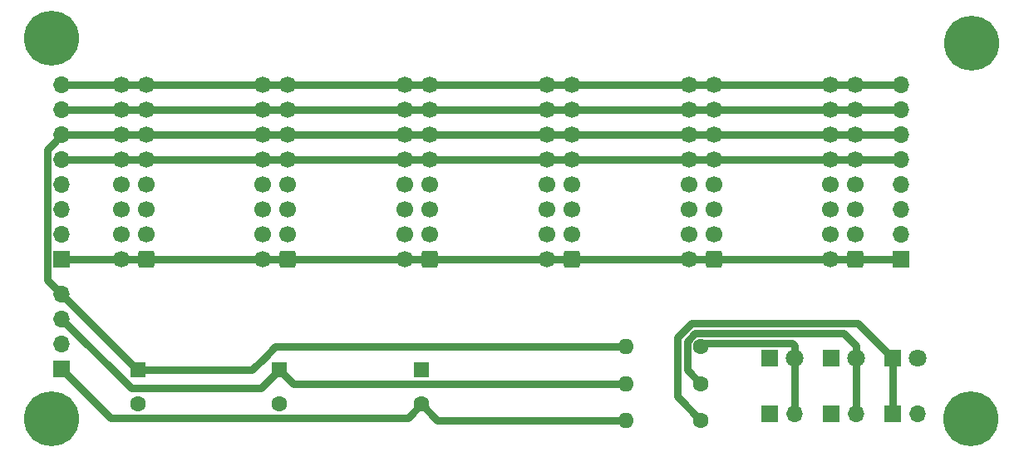
<source format=gbr>
%TF.GenerationSoftware,KiCad,Pcbnew,(7.0.0)*%
%TF.CreationDate,2023-07-04T10:09:35-04:00*%
%TF.ProjectId,merp,6d657270-2e6b-4696-9361-645f70636258,rev?*%
%TF.SameCoordinates,Original*%
%TF.FileFunction,Copper,L1,Top*%
%TF.FilePolarity,Positive*%
%FSLAX46Y46*%
G04 Gerber Fmt 4.6, Leading zero omitted, Abs format (unit mm)*
G04 Created by KiCad (PCBNEW (7.0.0)) date 2023-07-04 10:09:35*
%MOMM*%
%LPD*%
G01*
G04 APERTURE LIST*
G04 Aperture macros list*
%AMRoundRect*
0 Rectangle with rounded corners*
0 $1 Rounding radius*
0 $2 $3 $4 $5 $6 $7 $8 $9 X,Y pos of 4 corners*
0 Add a 4 corners polygon primitive as box body*
4,1,4,$2,$3,$4,$5,$6,$7,$8,$9,$2,$3,0*
0 Add four circle primitives for the rounded corners*
1,1,$1+$1,$2,$3*
1,1,$1+$1,$4,$5*
1,1,$1+$1,$6,$7*
1,1,$1+$1,$8,$9*
0 Add four rect primitives between the rounded corners*
20,1,$1+$1,$2,$3,$4,$5,0*
20,1,$1+$1,$4,$5,$6,$7,0*
20,1,$1+$1,$6,$7,$8,$9,0*
20,1,$1+$1,$8,$9,$2,$3,0*%
G04 Aperture macros list end*
%TA.AperFunction,ComponentPad*%
%ADD10C,1.600000*%
%TD*%
%TA.AperFunction,ComponentPad*%
%ADD11O,1.600000X1.600000*%
%TD*%
%TA.AperFunction,ComponentPad*%
%ADD12RoundRect,0.250000X0.600000X0.600000X-0.600000X0.600000X-0.600000X-0.600000X0.600000X-0.600000X0*%
%TD*%
%TA.AperFunction,ComponentPad*%
%ADD13C,1.700000*%
%TD*%
%TA.AperFunction,ComponentPad*%
%ADD14R,1.600000X1.600000*%
%TD*%
%TA.AperFunction,ComponentPad*%
%ADD15R,1.700000X1.700000*%
%TD*%
%TA.AperFunction,ComponentPad*%
%ADD16O,1.700000X1.700000*%
%TD*%
%TA.AperFunction,ComponentPad*%
%ADD17C,5.600000*%
%TD*%
%TA.AperFunction,ComponentPad*%
%ADD18R,1.800000X1.800000*%
%TD*%
%TA.AperFunction,ComponentPad*%
%ADD19C,1.800000*%
%TD*%
%TA.AperFunction,Conductor*%
%ADD20C,0.800000*%
%TD*%
G04 APERTURE END LIST*
D10*
%TO.P,R2,1*%
%TO.N,Net-(D2-Pad2)*%
X146620000Y-89820000D03*
D11*
%TO.P,R2,2*%
%TO.N,+12V*%
X138999999Y-89819999D03*
%TD*%
D12*
%TO.P,J2,1,Pin_1*%
%TO.N,-12V*%
X104556500Y-77184000D03*
D13*
%TO.P,J2,2,Pin_2*%
X102016500Y-77184000D03*
%TO.P,J2,3,Pin_3*%
%TO.N,GND*%
X104556500Y-74644000D03*
%TO.P,J2,4,Pin_4*%
X102016500Y-74644000D03*
%TO.P,J2,5,Pin_5*%
X104556500Y-72104000D03*
%TO.P,J2,6,Pin_6*%
X102016500Y-72104000D03*
%TO.P,J2,7,Pin_7*%
X104556500Y-69564000D03*
%TO.P,J2,8,Pin_8*%
X102016500Y-69564000D03*
%TO.P,J2,9,Pin_9*%
%TO.N,+12V*%
X104556500Y-67024000D03*
%TO.P,J2,10,Pin_10*%
X102016500Y-67024000D03*
%TO.P,J2,11,Pin_11*%
%TO.N,+5V*%
X104556500Y-64484000D03*
%TO.P,J2,12,Pin_12*%
X102016500Y-64484000D03*
%TO.P,J2,13,Pin_13*%
%TO.N,CV*%
X104556500Y-61944000D03*
%TO.P,J2,14,Pin_14*%
X102016500Y-61944000D03*
%TO.P,J2,15,Pin_15*%
%TO.N,GATE*%
X104556500Y-59404000D03*
%TO.P,J2,16,Pin_16*%
X102016500Y-59404000D03*
%TD*%
D14*
%TO.P,C3,1*%
%TO.N,GND*%
X118176499Y-88427348D03*
D10*
%TO.P,C3,2*%
%TO.N,-12V*%
X118176500Y-91927349D03*
%TD*%
D15*
%TO.P,J10,1,Pin_1*%
%TO.N,Net-(D3-Pad1)*%
X166139999Y-92909999D03*
D16*
%TO.P,J10,2,Pin_2*%
%TO.N,GND*%
X168679999Y-92909999D03*
%TD*%
D12*
%TO.P,J1,1,Pin_1*%
%TO.N,-12V*%
X90100000Y-77184000D03*
D13*
%TO.P,J1,2,Pin_2*%
X87560000Y-77184000D03*
%TO.P,J1,3,Pin_3*%
%TO.N,GND*%
X90100000Y-74644000D03*
%TO.P,J1,4,Pin_4*%
X87560000Y-74644000D03*
%TO.P,J1,5,Pin_5*%
X90100000Y-72104000D03*
%TO.P,J1,6,Pin_6*%
X87560000Y-72104000D03*
%TO.P,J1,7,Pin_7*%
X90100000Y-69564000D03*
%TO.P,J1,8,Pin_8*%
X87560000Y-69564000D03*
%TO.P,J1,9,Pin_9*%
%TO.N,+12V*%
X90100000Y-67024000D03*
%TO.P,J1,10,Pin_10*%
X87560000Y-67024000D03*
%TO.P,J1,11,Pin_11*%
%TO.N,+5V*%
X90100000Y-64484000D03*
%TO.P,J1,12,Pin_12*%
X87560000Y-64484000D03*
%TO.P,J1,13,Pin_13*%
%TO.N,CV*%
X90100000Y-61944000D03*
%TO.P,J1,14,Pin_14*%
X87560000Y-61944000D03*
%TO.P,J1,15,Pin_15*%
%TO.N,GATE*%
X90100000Y-59404000D03*
%TO.P,J1,16,Pin_16*%
X87560000Y-59404000D03*
%TD*%
D15*
%TO.P,J9,1,Pin_1*%
%TO.N,GND*%
X159879999Y-92909999D03*
D16*
%TO.P,J9,2,Pin_2*%
%TO.N,Net-(D2-Pad2)*%
X162419999Y-92909999D03*
%TD*%
D17*
%TO.P,H3,1,1*%
%TO.N,GND*%
X80518000Y-54610000D03*
%TD*%
D14*
%TO.P,C2,1*%
%TO.N,+12V*%
X103719999Y-88427348D03*
D10*
%TO.P,C2,2*%
%TO.N,GND*%
X103720000Y-91927349D03*
%TD*%
D12*
%TO.P,J4,1,Pin_1*%
%TO.N,-12V*%
X133469500Y-77184000D03*
D13*
%TO.P,J4,2,Pin_2*%
X130929500Y-77184000D03*
%TO.P,J4,3,Pin_3*%
%TO.N,GND*%
X133469500Y-74644000D03*
%TO.P,J4,4,Pin_4*%
X130929500Y-74644000D03*
%TO.P,J4,5,Pin_5*%
X133469500Y-72104000D03*
%TO.P,J4,6,Pin_6*%
X130929500Y-72104000D03*
%TO.P,J4,7,Pin_7*%
X133469500Y-69564000D03*
%TO.P,J4,8,Pin_8*%
X130929500Y-69564000D03*
%TO.P,J4,9,Pin_9*%
%TO.N,+12V*%
X133469500Y-67024000D03*
%TO.P,J4,10,Pin_10*%
X130929500Y-67024000D03*
%TO.P,J4,11,Pin_11*%
%TO.N,+5V*%
X133469500Y-64484000D03*
%TO.P,J4,12,Pin_12*%
X130929500Y-64484000D03*
%TO.P,J4,13,Pin_13*%
%TO.N,CV*%
X133469500Y-61944000D03*
%TO.P,J4,14,Pin_14*%
X130929500Y-61944000D03*
%TO.P,J4,15,Pin_15*%
%TO.N,GATE*%
X133469500Y-59404000D03*
%TO.P,J4,16,Pin_16*%
X130929500Y-59404000D03*
%TD*%
D14*
%TO.P,C1,1*%
%TO.N,+5V*%
X89263499Y-88427348D03*
D10*
%TO.P,C1,2*%
%TO.N,GND*%
X89263500Y-91927349D03*
%TD*%
D12*
%TO.P,J3,1,Pin_1*%
%TO.N,-12V*%
X119013000Y-77184000D03*
D13*
%TO.P,J3,2,Pin_2*%
X116473000Y-77184000D03*
%TO.P,J3,3,Pin_3*%
%TO.N,GND*%
X119013000Y-74644000D03*
%TO.P,J3,4,Pin_4*%
X116473000Y-74644000D03*
%TO.P,J3,5,Pin_5*%
X119013000Y-72104000D03*
%TO.P,J3,6,Pin_6*%
X116473000Y-72104000D03*
%TO.P,J3,7,Pin_7*%
X119013000Y-69564000D03*
%TO.P,J3,8,Pin_8*%
X116473000Y-69564000D03*
%TO.P,J3,9,Pin_9*%
%TO.N,+12V*%
X119013000Y-67024000D03*
%TO.P,J3,10,Pin_10*%
X116473000Y-67024000D03*
%TO.P,J3,11,Pin_11*%
%TO.N,+5V*%
X119013000Y-64484000D03*
%TO.P,J3,12,Pin_12*%
X116473000Y-64484000D03*
%TO.P,J3,13,Pin_13*%
%TO.N,CV*%
X119013000Y-61944000D03*
%TO.P,J3,14,Pin_14*%
X116473000Y-61944000D03*
%TO.P,J3,15,Pin_15*%
%TO.N,GATE*%
X119013000Y-59404000D03*
%TO.P,J3,16,Pin_16*%
X116473000Y-59404000D03*
%TD*%
D18*
%TO.P,D3,1,K*%
%TO.N,Net-(D3-Pad1)*%
X166139999Y-87209999D03*
D19*
%TO.P,D3,2,A*%
%TO.N,GND*%
X168680000Y-87210000D03*
%TD*%
D10*
%TO.P,R3,1*%
%TO.N,Net-(D3-Pad1)*%
X146620000Y-93560001D03*
D11*
%TO.P,R3,2*%
%TO.N,-12V*%
X138999999Y-93560000D03*
%TD*%
D17*
%TO.P,H2,1,1*%
%TO.N,GND*%
X174244000Y-55118000D03*
%TD*%
D18*
%TO.P,D1,1,K*%
%TO.N,GND*%
X153619999Y-87209999D03*
D19*
%TO.P,D1,2,A*%
%TO.N,Net-(D1-Pad2)*%
X156160000Y-87210000D03*
%TD*%
D15*
%TO.P,J8,1,Pin_1*%
%TO.N,GND*%
X153619999Y-92909999D03*
D16*
%TO.P,J8,2,Pin_2*%
%TO.N,Net-(D1-Pad2)*%
X156159999Y-92909999D03*
%TD*%
D18*
%TO.P,D2,1,K*%
%TO.N,GND*%
X159879999Y-87209999D03*
D19*
%TO.P,D2,2,A*%
%TO.N,Net-(D2-Pad2)*%
X162420000Y-87210000D03*
%TD*%
D17*
%TO.P,H1,1,1*%
%TO.N,GND*%
X174140000Y-93400000D03*
%TD*%
D10*
%TO.P,R1,1*%
%TO.N,Net-(D1-Pad2)*%
X146620000Y-86080000D03*
D11*
%TO.P,R1,2*%
%TO.N,+5V*%
X138999999Y-86079999D03*
%TD*%
D12*
%TO.P,J5,1,Pin_1*%
%TO.N,-12V*%
X147926000Y-77184000D03*
D13*
%TO.P,J5,2,Pin_2*%
X145386000Y-77184000D03*
%TO.P,J5,3,Pin_3*%
%TO.N,GND*%
X147926000Y-74644000D03*
%TO.P,J5,4,Pin_4*%
X145386000Y-74644000D03*
%TO.P,J5,5,Pin_5*%
X147926000Y-72104000D03*
%TO.P,J5,6,Pin_6*%
X145386000Y-72104000D03*
%TO.P,J5,7,Pin_7*%
X147926000Y-69564000D03*
%TO.P,J5,8,Pin_8*%
X145386000Y-69564000D03*
%TO.P,J5,9,Pin_9*%
%TO.N,+12V*%
X147926000Y-67024000D03*
%TO.P,J5,10,Pin_10*%
X145386000Y-67024000D03*
%TO.P,J5,11,Pin_11*%
%TO.N,+5V*%
X147926000Y-64484000D03*
%TO.P,J5,12,Pin_12*%
X145386000Y-64484000D03*
%TO.P,J5,13,Pin_13*%
%TO.N,CV*%
X147926000Y-61944000D03*
%TO.P,J5,14,Pin_14*%
X145386000Y-61944000D03*
%TO.P,J5,15,Pin_15*%
%TO.N,GATE*%
X147926000Y-59404000D03*
%TO.P,J5,16,Pin_16*%
X145386000Y-59404000D03*
%TD*%
D17*
%TO.P,H4,1,1*%
%TO.N,GND*%
X80518000Y-93400000D03*
%TD*%
D12*
%TO.P,J11,1,Pin_1*%
%TO.N,-12V*%
X162382500Y-77184000D03*
D13*
%TO.P,J11,2,Pin_2*%
X159842500Y-77184000D03*
%TO.P,J11,3,Pin_3*%
%TO.N,GND*%
X162382500Y-74644000D03*
%TO.P,J11,4,Pin_4*%
X159842500Y-74644000D03*
%TO.P,J11,5,Pin_5*%
X162382500Y-72104000D03*
%TO.P,J11,6,Pin_6*%
X159842500Y-72104000D03*
%TO.P,J11,7,Pin_7*%
X162382500Y-69564000D03*
%TO.P,J11,8,Pin_8*%
X159842500Y-69564000D03*
%TO.P,J11,9,Pin_9*%
%TO.N,+12V*%
X162382500Y-67024000D03*
%TO.P,J11,10,Pin_10*%
X159842500Y-67024000D03*
%TO.P,J11,11,Pin_11*%
%TO.N,+5V*%
X162382500Y-64484000D03*
%TO.P,J11,12,Pin_12*%
X159842500Y-64484000D03*
%TO.P,J11,13,Pin_13*%
%TO.N,CV*%
X162382500Y-61944000D03*
%TO.P,J11,14,Pin_14*%
X159842500Y-61944000D03*
%TO.P,J11,15,Pin_15*%
%TO.N,GATE*%
X162382500Y-59404000D03*
%TO.P,J11,16,Pin_16*%
X159842500Y-59404000D03*
%TD*%
D15*
%TO.P,J12,1,Pin_1*%
%TO.N,-12V*%
X81529999Y-88349999D03*
D16*
%TO.P,J12,2,Pin_2*%
%TO.N,GND*%
X81529999Y-85809999D03*
%TO.P,J12,3,Pin_3*%
%TO.N,+12V*%
X81529999Y-83269999D03*
%TO.P,J12,4,Pin_4*%
%TO.N,+5V*%
X81529999Y-80729999D03*
%TD*%
D15*
%TO.P,J6,1,-12V*%
%TO.N,-12V*%
X81529999Y-77183999D03*
D16*
%TO.P,J6,2,GND*%
%TO.N,GND*%
X81529999Y-74643999D03*
%TO.P,J6,3,GND*%
X81529999Y-72103999D03*
%TO.P,J6,4,GND*%
X81529999Y-69563999D03*
%TO.P,J6,5,+12V*%
%TO.N,+12V*%
X81529999Y-67023999D03*
%TO.P,J6,6,+5V*%
%TO.N,+5V*%
X81529999Y-64483999D03*
%TO.P,J6,7,CV*%
%TO.N,CV*%
X81529999Y-61943999D03*
%TO.P,J6,8,Gate*%
%TO.N,GATE*%
X81529999Y-59403999D03*
%TD*%
D15*
%TO.P,J7,1,-12V*%
%TO.N,-12V*%
X167054999Y-77183999D03*
D16*
%TO.P,J7,2,GND*%
%TO.N,GND*%
X167054999Y-74643999D03*
%TO.P,J7,3,GND*%
X167054999Y-72103999D03*
%TO.P,J7,4,GND*%
X167054999Y-69563999D03*
%TO.P,J7,5,+12V*%
%TO.N,+12V*%
X167054999Y-67023999D03*
%TO.P,J7,6,+5V*%
%TO.N,+5V*%
X167054999Y-64483999D03*
%TO.P,J7,7,CV*%
%TO.N,CV*%
X167054999Y-61943999D03*
%TO.P,J7,8,Gate*%
%TO.N,GATE*%
X167054999Y-59403999D03*
%TD*%
D20*
%TO.N,Net-(D1-Pad2)*%
X156160000Y-87210000D02*
X156160000Y-92910000D01*
X155932792Y-85710000D02*
X146990000Y-85710000D01*
X156160000Y-87210000D02*
X156160000Y-85937208D01*
X146990000Y-85710000D02*
X146620000Y-86080000D01*
X156160000Y-85937208D02*
X155932792Y-85710000D01*
%TO.N,Net-(D2-Pad2)*%
X145220000Y-85500101D02*
X145220000Y-88420000D01*
X162420000Y-85937208D02*
X161162792Y-84680000D01*
X145220000Y-88420000D02*
X146620000Y-89820000D01*
X146040101Y-84680000D02*
X145220000Y-85500101D01*
X161162792Y-84680000D02*
X146040101Y-84680000D01*
X162420000Y-87210000D02*
X162420000Y-85937208D01*
X162420000Y-87210000D02*
X162420000Y-92910000D01*
%TO.N,+12V*%
X138992651Y-89827349D02*
X105120000Y-89827349D01*
X88570000Y-90310000D02*
X101837349Y-90310000D01*
X139000000Y-89820000D02*
X138992651Y-89827349D01*
X101837349Y-90310000D02*
X103720000Y-88427349D01*
X105120000Y-89827349D02*
X103720000Y-88427349D01*
X87560000Y-67024000D02*
X81530000Y-67024000D01*
X139000000Y-90050000D02*
X139000000Y-89820000D01*
X167055000Y-67024000D02*
X87560000Y-67024000D01*
X81530000Y-83270000D02*
X88570000Y-90310000D01*
%TO.N,+5V*%
X103267349Y-86080000D02*
X102143675Y-87203675D01*
X102143675Y-87203675D02*
X101013675Y-88333675D01*
X100920001Y-88427349D02*
X101013675Y-88333675D01*
X81530000Y-80730000D02*
X80070000Y-79270000D01*
X102143675Y-87203675D02*
X103267350Y-86080000D01*
X89227349Y-88427349D02*
X89263500Y-88427349D01*
X89263500Y-88427349D02*
X100920001Y-88427349D01*
X87560000Y-64484000D02*
X81530000Y-64484000D01*
X80624000Y-65390000D02*
X81530000Y-64484000D01*
X103267350Y-86080000D02*
X139000000Y-86080000D01*
X81530000Y-80730000D02*
X89227349Y-88427349D01*
X80070000Y-65944000D02*
X81530000Y-64484000D01*
X87560000Y-64484000D02*
X167055000Y-64484000D01*
X80070000Y-79270000D02*
X80070000Y-65944000D01*
%TO.N,-12V*%
X81530000Y-88350000D02*
X86507349Y-93327349D01*
X87560000Y-77184000D02*
X167055000Y-77184000D01*
X139000000Y-93560001D02*
X119809152Y-93560001D01*
X81530000Y-77184000D02*
X87560000Y-77184000D01*
X86507349Y-93327349D02*
X116776500Y-93327349D01*
X119809152Y-93560001D02*
X118176500Y-91927349D01*
X116776500Y-93327349D02*
X118176500Y-91927349D01*
%TO.N,CV*%
X81530000Y-61944000D02*
X167055000Y-61944000D01*
%TO.N,Net-(D3-Pad1)*%
X144220000Y-91160001D02*
X146620000Y-93560001D01*
X144220000Y-85085887D02*
X144220000Y-91160001D01*
X166140000Y-87210000D02*
X162570000Y-83640000D01*
X162570000Y-83640000D02*
X145665887Y-83640000D01*
X145665887Y-83640000D02*
X144220000Y-85085887D01*
X166140000Y-92910000D02*
X166140000Y-87210000D01*
%TO.N,GATE*%
X81530000Y-59404000D02*
X167055000Y-59404000D01*
%TD*%
M02*

</source>
